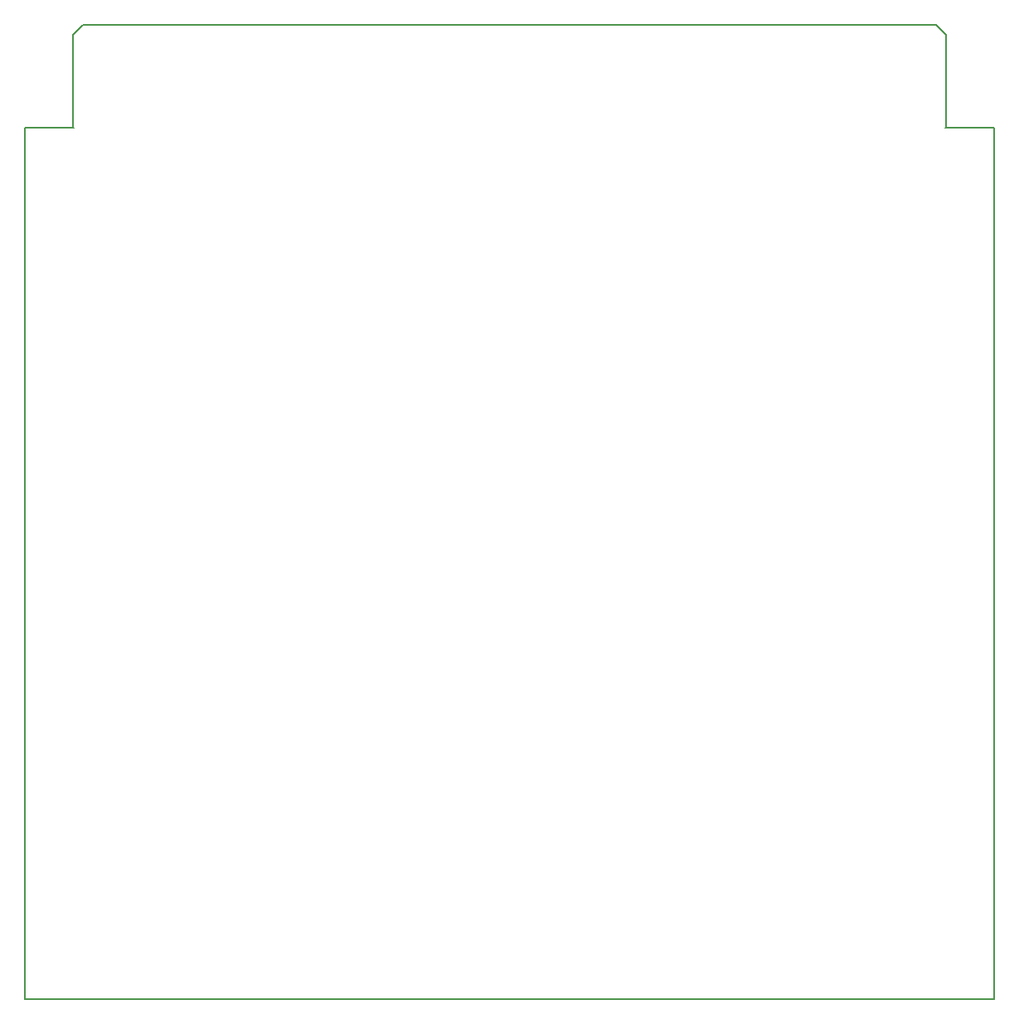
<source format=gbr>
G04 #@! TF.GenerationSoftware,KiCad,Pcbnew,5.0.2+dfsg1-1~bpo9+1*
G04 #@! TF.CreationDate,2020-04-17T05:40:58-05:00*
G04 #@! TF.ProjectId,VICProto,56494350-726f-4746-9f2e-6b696361645f,rev?*
G04 #@! TF.SameCoordinates,Original*
G04 #@! TF.FileFunction,Profile,NP*
%FSLAX46Y46*%
G04 Gerber Fmt 4.6, Leading zero omitted, Abs format (unit mm)*
G04 Created by KiCad (PCBNEW 5.0.2+dfsg1-1~bpo9+1) date Fri 17 Apr 2020 05:40:58 AM CDT*
%MOMM*%
%LPD*%
G01*
G04 APERTURE LIST*
%ADD10C,0.150000*%
G04 APERTURE END LIST*
D10*
X104394000Y-19558000D02*
X104394000Y-28956000D01*
X193548000Y-19558000D02*
X193548000Y-28956000D01*
X192532000Y-18542000D02*
X193548000Y-19558000D01*
X105410000Y-18542000D02*
X192532000Y-18542000D01*
X104394000Y-19558000D02*
X105410000Y-18542000D01*
X99500000Y-29000000D02*
X104500000Y-29000000D01*
X99500000Y-118000000D02*
X99500000Y-29000000D01*
X198500000Y-118000000D02*
X99500000Y-118000000D01*
X198500000Y-29000000D02*
X198500000Y-118000000D01*
X193500000Y-29000000D02*
X198500000Y-29000000D01*
M02*

</source>
